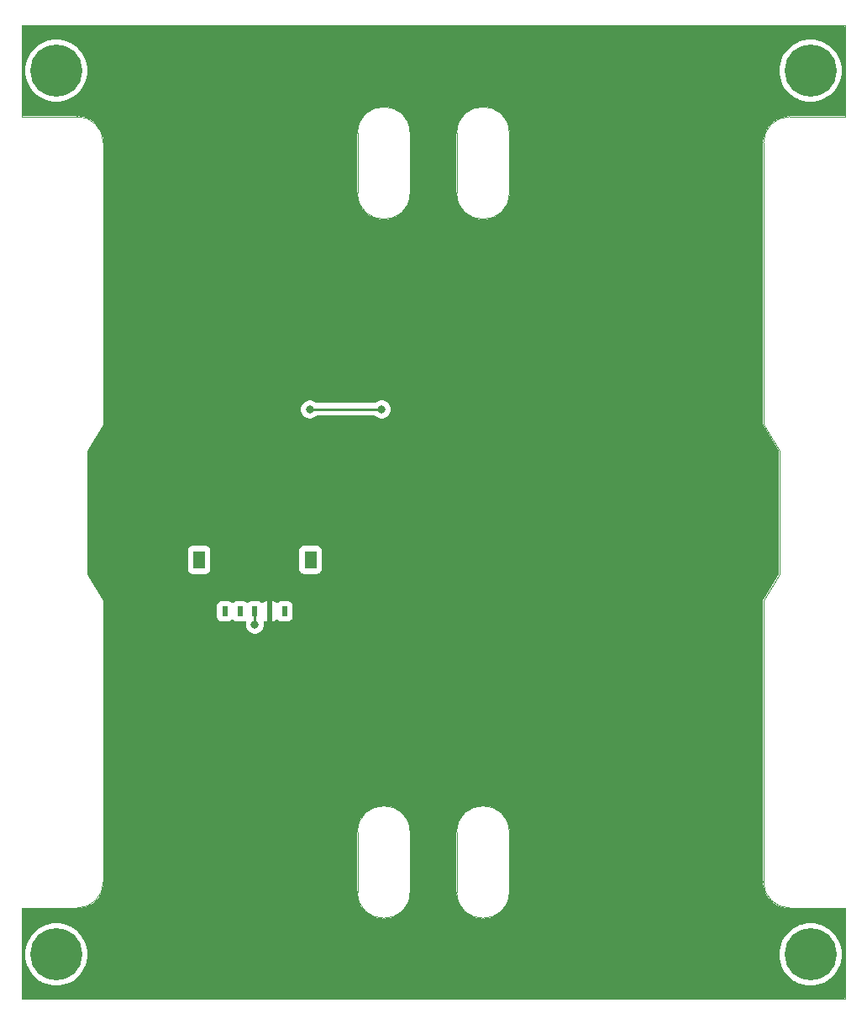
<source format=gbr>
%TF.GenerationSoftware,KiCad,Pcbnew,7.0.5*%
%TF.CreationDate,2023-06-21T14:42:12-07:00*%
%TF.ProjectId,solar-panel-NoCutout,736f6c61-722d-4706-916e-656c2d4e6f43,3.0*%
%TF.SameCoordinates,Original*%
%TF.FileFunction,Copper,L4,Bot*%
%TF.FilePolarity,Positive*%
%FSLAX46Y46*%
G04 Gerber Fmt 4.6, Leading zero omitted, Abs format (unit mm)*
G04 Created by KiCad (PCBNEW 7.0.5) date 2023-06-21 14:42:12*
%MOMM*%
%LPD*%
G01*
G04 APERTURE LIST*
%TA.AperFunction,ComponentPad*%
%ADD10C,5.250000*%
%TD*%
%TA.AperFunction,SMDPad,CuDef*%
%ADD11R,0.600000X1.000000*%
%TD*%
%TA.AperFunction,SMDPad,CuDef*%
%ADD12R,1.250000X1.800000*%
%TD*%
%TA.AperFunction,ViaPad*%
%ADD13C,0.800000*%
%TD*%
%TA.AperFunction,Conductor*%
%ADD14C,0.250000*%
%TD*%
%TA.AperFunction,Profile*%
%ADD15C,0.050000*%
%TD*%
G04 APERTURE END LIST*
D10*
%TO.P,J2,1,Pin_1*%
%TO.N,unconnected-(J2-Pad1)*%
X106500000Y-70300000D03*
%TD*%
%TO.P,J3,1,Pin_1*%
%TO.N,unconnected-(J3-Pad1)*%
X106500000Y-159300000D03*
%TD*%
%TO.P,J4,1,Pin_1*%
%TO.N,unconnected-(J4-Pad1)*%
X182500000Y-70300000D03*
%TD*%
%TO.P,J5,1,Pin_1*%
%TO.N,unconnected-(J5-Pad1)*%
X182500000Y-159300000D03*
%TD*%
D11*
%TO.P,J1,1,1*%
%TO.N,SDA*%
X123500000Y-124750000D03*
%TO.P,J1,2,2*%
%TO.N,SCL*%
X125000000Y-124750000D03*
%TO.P,J1,3,3*%
%TO.N,+3V3*%
X126499999Y-124750000D03*
%TO.P,J1,4,4*%
%TO.N,GND*%
X128000001Y-124750000D03*
%TO.P,J1,5,5*%
%TO.N,VSOLAR*%
X129500001Y-124750000D03*
D12*
%TO.P,J1,6,6*%
%TO.N,unconnected-(J1-Pad6)*%
X120895001Y-119560000D03*
%TO.P,J1,7,7*%
%TO.N,unconnected-(J1-Pad7)*%
X132104999Y-119560000D03*
%TD*%
D13*
%TO.N,GND*%
X168000000Y-156390000D03*
X144450000Y-156250000D03*
X121120000Y-156220000D03*
%TO.N,+3V3*%
X139300000Y-104410000D03*
X126510000Y-126100000D03*
X132050000Y-104410000D03*
%TD*%
D14*
%TO.N,+3V3*%
X139300000Y-104410000D02*
X132050000Y-104410000D01*
X126499999Y-126089999D02*
X126510000Y-126100000D01*
X126499999Y-124750000D02*
X126499999Y-126089999D01*
%TD*%
%TA.AperFunction,Conductor*%
%TO.N,GND*%
G36*
X185916621Y-65795502D02*
G01*
X185963114Y-65849158D01*
X185974500Y-65901500D01*
X185974500Y-74773500D01*
X185954498Y-74841621D01*
X185900842Y-74888114D01*
X185848500Y-74899500D01*
X180412877Y-74899500D01*
X180269453Y-74898720D01*
X180269452Y-74898720D01*
X180269447Y-74898720D01*
X180076259Y-74919477D01*
X179969787Y-74930918D01*
X179969783Y-74930918D01*
X179969781Y-74930919D01*
X179969775Y-74930920D01*
X179675661Y-74996622D01*
X179675645Y-74996626D01*
X179390770Y-75095007D01*
X179390758Y-75095012D01*
X179118766Y-75224817D01*
X178863092Y-75384407D01*
X178626999Y-75571746D01*
X178413483Y-75784456D01*
X178225255Y-76019835D01*
X178064696Y-76274911D01*
X177933861Y-76546415D01*
X177933859Y-76546422D01*
X177834402Y-76830918D01*
X177834397Y-76830932D01*
X177767583Y-77124802D01*
X177767582Y-77124809D01*
X177734250Y-77424355D01*
X177734500Y-77574550D01*
X177734500Y-105923035D01*
X177732539Y-105939544D01*
X177732966Y-105942255D01*
X177733624Y-105950672D01*
X177734898Y-105957074D01*
X177737145Y-105963183D01*
X177740979Y-105970714D01*
X177742031Y-105973255D01*
X177752313Y-105986309D01*
X179305993Y-108526916D01*
X179324500Y-108592651D01*
X179324500Y-120957347D01*
X179305993Y-121023083D01*
X177752308Y-123563697D01*
X177742028Y-123576750D01*
X177740972Y-123579302D01*
X177737140Y-123586831D01*
X177734896Y-123592930D01*
X177733624Y-123599326D01*
X177732967Y-123607737D01*
X177732538Y-123610460D01*
X177734500Y-123626970D01*
X177734500Y-151952382D01*
X177734225Y-152125650D01*
X177734225Y-152125652D01*
X177767574Y-152425179D01*
X177767575Y-152425187D01*
X177833273Y-152714067D01*
X177834410Y-152719067D01*
X177932134Y-152998571D01*
X177933886Y-153003580D01*
X178064724Y-153275068D01*
X178225285Y-153530133D01*
X178413508Y-153765503D01*
X178413514Y-153765510D01*
X178413515Y-153765511D01*
X178627031Y-153978221D01*
X178863120Y-154165562D01*
X179118786Y-154325154D01*
X179390783Y-154454971D01*
X179675656Y-154553366D01*
X179969791Y-154619090D01*
X180269452Y-154651307D01*
X180419958Y-154650500D01*
X180420144Y-154650500D01*
X185848500Y-154650500D01*
X185916621Y-154670502D01*
X185963114Y-154724158D01*
X185974500Y-154776500D01*
X185974500Y-163598500D01*
X185954498Y-163666621D01*
X185900842Y-163713114D01*
X185848500Y-163724500D01*
X103151500Y-163724500D01*
X103083379Y-163704498D01*
X103036886Y-163650842D01*
X103025500Y-163598500D01*
X103025500Y-159300000D01*
X103361563Y-159300000D01*
X103381296Y-159651389D01*
X103381296Y-159651390D01*
X103381297Y-159651393D01*
X103440250Y-159998368D01*
X103517759Y-160267409D01*
X103537683Y-160336564D01*
X103672361Y-160661706D01*
X103672366Y-160661717D01*
X103672373Y-160661729D01*
X103842602Y-160969738D01*
X103842606Y-160969745D01*
X104046268Y-161256779D01*
X104046273Y-161256786D01*
X104147692Y-161370274D01*
X104280790Y-161519210D01*
X104447448Y-161668144D01*
X104543213Y-161753726D01*
X104543220Y-161753731D01*
X104830254Y-161957393D01*
X104830261Y-161957397D01*
X104943389Y-162019920D01*
X105138283Y-162127634D01*
X105463440Y-162262318D01*
X105801632Y-162359750D01*
X106148607Y-162418703D01*
X106500000Y-162438437D01*
X106851393Y-162418703D01*
X107198368Y-162359750D01*
X107536560Y-162262318D01*
X107861717Y-162127634D01*
X108169749Y-161957391D01*
X108456783Y-161753729D01*
X108719210Y-161519210D01*
X108953729Y-161256783D01*
X109157391Y-160969749D01*
X109327634Y-160661717D01*
X109462318Y-160336560D01*
X109559750Y-159998368D01*
X109618703Y-159651393D01*
X109638437Y-159300000D01*
X179361563Y-159300000D01*
X179381296Y-159651389D01*
X179381296Y-159651390D01*
X179381297Y-159651393D01*
X179440250Y-159998368D01*
X179517759Y-160267409D01*
X179537683Y-160336564D01*
X179672361Y-160661706D01*
X179672366Y-160661717D01*
X179672373Y-160661729D01*
X179842602Y-160969738D01*
X179842606Y-160969745D01*
X180046268Y-161256779D01*
X180046273Y-161256786D01*
X180147692Y-161370274D01*
X180280790Y-161519210D01*
X180447448Y-161668144D01*
X180543213Y-161753726D01*
X180543220Y-161753731D01*
X180830254Y-161957393D01*
X180830261Y-161957397D01*
X180943389Y-162019920D01*
X181138283Y-162127634D01*
X181463440Y-162262318D01*
X181801632Y-162359750D01*
X182148607Y-162418703D01*
X182500000Y-162438437D01*
X182851393Y-162418703D01*
X183198368Y-162359750D01*
X183536560Y-162262318D01*
X183861717Y-162127634D01*
X184169749Y-161957391D01*
X184456783Y-161753729D01*
X184719210Y-161519210D01*
X184953729Y-161256783D01*
X185157391Y-160969749D01*
X185327634Y-160661717D01*
X185462318Y-160336560D01*
X185559750Y-159998368D01*
X185618703Y-159651393D01*
X185638437Y-159300000D01*
X185618703Y-158948607D01*
X185559750Y-158601632D01*
X185462318Y-158263440D01*
X185327634Y-157938283D01*
X185157391Y-157630251D01*
X184953729Y-157343217D01*
X184953728Y-157343216D01*
X184953726Y-157343213D01*
X184868144Y-157247448D01*
X184719210Y-157080790D01*
X184570274Y-156947692D01*
X184456786Y-156846273D01*
X184456779Y-156846268D01*
X184169745Y-156642606D01*
X184169738Y-156642602D01*
X183949669Y-156520975D01*
X183861717Y-156472366D01*
X183861710Y-156472363D01*
X183861706Y-156472361D01*
X183536564Y-156337683D01*
X183467409Y-156317759D01*
X183198368Y-156240250D01*
X183198362Y-156240249D01*
X183198359Y-156240248D01*
X182851389Y-156181296D01*
X182523731Y-156162895D01*
X182500000Y-156161563D01*
X182499999Y-156161563D01*
X182148610Y-156181296D01*
X182148609Y-156181296D01*
X181801640Y-156240248D01*
X181801634Y-156240249D01*
X181801632Y-156240250D01*
X181663330Y-156280094D01*
X181463435Y-156337683D01*
X181138293Y-156472361D01*
X181138270Y-156472373D01*
X180830261Y-156642602D01*
X180830254Y-156642606D01*
X180543220Y-156846268D01*
X180543213Y-156846273D01*
X180280790Y-157080790D01*
X180046273Y-157343213D01*
X180046268Y-157343220D01*
X179842606Y-157630254D01*
X179842602Y-157630261D01*
X179672373Y-157938270D01*
X179672361Y-157938293D01*
X179537683Y-158263435D01*
X179440248Y-158601640D01*
X179381296Y-158948609D01*
X179381296Y-158948610D01*
X179361563Y-159300000D01*
X109638437Y-159300000D01*
X109618703Y-158948607D01*
X109559750Y-158601632D01*
X109462318Y-158263440D01*
X109327634Y-157938283D01*
X109157391Y-157630251D01*
X108953729Y-157343217D01*
X108953728Y-157343216D01*
X108953726Y-157343213D01*
X108868144Y-157247448D01*
X108719210Y-157080790D01*
X108570274Y-156947692D01*
X108456786Y-156846273D01*
X108456779Y-156846268D01*
X108169745Y-156642606D01*
X108169738Y-156642602D01*
X107949669Y-156520975D01*
X107861717Y-156472366D01*
X107861710Y-156472363D01*
X107861706Y-156472361D01*
X107536564Y-156337683D01*
X107467409Y-156317759D01*
X107198368Y-156240250D01*
X107198362Y-156240249D01*
X107198359Y-156240248D01*
X106851389Y-156181296D01*
X106523731Y-156162895D01*
X106500000Y-156161563D01*
X106499999Y-156161563D01*
X106148610Y-156181296D01*
X106148609Y-156181296D01*
X105801640Y-156240248D01*
X105801634Y-156240249D01*
X105801632Y-156240250D01*
X105663330Y-156280094D01*
X105463435Y-156337683D01*
X105138293Y-156472361D01*
X105138270Y-156472373D01*
X104830261Y-156642602D01*
X104830254Y-156642606D01*
X104543220Y-156846268D01*
X104543213Y-156846273D01*
X104280790Y-157080790D01*
X104046273Y-157343213D01*
X104046268Y-157343220D01*
X103842606Y-157630254D01*
X103842602Y-157630261D01*
X103672373Y-157938270D01*
X103672361Y-157938293D01*
X103537683Y-158263435D01*
X103440248Y-158601640D01*
X103381296Y-158948609D01*
X103381296Y-158948610D01*
X103361563Y-159300000D01*
X103025500Y-159300000D01*
X103025500Y-154771500D01*
X103045502Y-154703379D01*
X103099158Y-154656886D01*
X103151500Y-154645500D01*
X108587133Y-154645500D01*
X108730547Y-154646275D01*
X109030208Y-154614068D01*
X109226298Y-154570257D01*
X109324340Y-154548353D01*
X109324343Y-154548352D01*
X109373203Y-154531477D01*
X109609218Y-154449964D01*
X109881216Y-154320151D01*
X110136883Y-154160562D01*
X110372972Y-153973224D01*
X110586488Y-153760514D01*
X110774717Y-153525134D01*
X110935271Y-153270073D01*
X110990325Y-153155832D01*
X136824500Y-153155832D01*
X136860681Y-153465378D01*
X136860682Y-153465384D01*
X136876028Y-153530133D01*
X136930629Y-153760513D01*
X136932557Y-153768645D01*
X136932558Y-153768650D01*
X137039146Y-154061497D01*
X137039151Y-154061509D01*
X137179024Y-154340021D01*
X137350279Y-154600400D01*
X137350282Y-154600403D01*
X137350283Y-154600405D01*
X137388113Y-154645489D01*
X137550610Y-154839147D01*
X137777310Y-155053028D01*
X137920893Y-155159921D01*
X138027297Y-155239136D01*
X138297203Y-155394966D01*
X138583374Y-155518408D01*
X138881942Y-155607793D01*
X139188867Y-155661913D01*
X139500000Y-155680034D01*
X139811133Y-155661913D01*
X140118058Y-155607793D01*
X140416626Y-155518408D01*
X140702797Y-155394966D01*
X140972703Y-155239136D01*
X141222693Y-155053025D01*
X141449386Y-154839151D01*
X141649717Y-154600405D01*
X141820978Y-154340017D01*
X141960850Y-154061507D01*
X142067444Y-153768642D01*
X142139318Y-153465383D01*
X142175500Y-153155832D01*
X146824500Y-153155832D01*
X146860681Y-153465378D01*
X146860682Y-153465384D01*
X146876028Y-153530133D01*
X146930629Y-153760513D01*
X146932557Y-153768645D01*
X146932558Y-153768650D01*
X147039146Y-154061497D01*
X147039151Y-154061509D01*
X147179024Y-154340021D01*
X147350279Y-154600400D01*
X147350282Y-154600403D01*
X147350283Y-154600405D01*
X147388113Y-154645489D01*
X147550610Y-154839147D01*
X147777310Y-155053028D01*
X147920893Y-155159921D01*
X148027297Y-155239136D01*
X148297203Y-155394966D01*
X148583374Y-155518408D01*
X148881942Y-155607793D01*
X149188867Y-155661913D01*
X149500000Y-155680034D01*
X149811133Y-155661913D01*
X150118058Y-155607793D01*
X150416626Y-155518408D01*
X150702797Y-155394966D01*
X150972703Y-155239136D01*
X151222693Y-155053025D01*
X151449386Y-154839151D01*
X151649717Y-154600405D01*
X151820978Y-154340017D01*
X151960850Y-154061507D01*
X152067444Y-153768642D01*
X152139318Y-153465383D01*
X152175500Y-153155830D01*
X152175500Y-153000000D01*
X152175500Y-152991715D01*
X152175500Y-146994928D01*
X152175500Y-146844170D01*
X152139318Y-146534617D01*
X152067444Y-146231358D01*
X151960850Y-145938493D01*
X151820978Y-145659983D01*
X151820975Y-145659978D01*
X151649720Y-145399599D01*
X151449389Y-145160852D01*
X151222689Y-144946971D01*
X150972718Y-144760875D01*
X150972715Y-144760873D01*
X150972703Y-144760864D01*
X150702797Y-144605034D01*
X150702798Y-144605034D01*
X150702794Y-144605032D01*
X150416633Y-144481595D01*
X150416632Y-144481594D01*
X150416626Y-144481592D01*
X150118058Y-144392207D01*
X150118059Y-144392207D01*
X150023309Y-144375500D01*
X149811133Y-144338087D01*
X149811129Y-144338086D01*
X149811125Y-144338086D01*
X149530592Y-144321747D01*
X149500000Y-144319966D01*
X149499999Y-144319966D01*
X149188877Y-144338086D01*
X149188871Y-144338086D01*
X148881941Y-144392207D01*
X148754360Y-144430402D01*
X148583374Y-144481592D01*
X148583370Y-144481593D01*
X148583372Y-144481593D01*
X148583366Y-144481595D01*
X148297205Y-144605032D01*
X148297200Y-144605035D01*
X148027308Y-144760857D01*
X148027281Y-144760875D01*
X147777310Y-144946971D01*
X147550610Y-145160852D01*
X147350279Y-145399599D01*
X147179024Y-145659978D01*
X147039151Y-145938490D01*
X147039146Y-145938502D01*
X146932558Y-146231349D01*
X146932557Y-146231354D01*
X146860682Y-146534615D01*
X146860681Y-146534621D01*
X146824500Y-146844167D01*
X146824500Y-153155832D01*
X142175500Y-153155832D01*
X142175500Y-153155830D01*
X142175500Y-153000000D01*
X142175500Y-152991715D01*
X142175500Y-146994928D01*
X142175500Y-146844170D01*
X142139318Y-146534617D01*
X142067444Y-146231358D01*
X141960850Y-145938493D01*
X141820978Y-145659983D01*
X141820975Y-145659978D01*
X141649720Y-145399599D01*
X141449389Y-145160852D01*
X141222689Y-144946971D01*
X140972718Y-144760875D01*
X140972715Y-144760873D01*
X140972703Y-144760864D01*
X140702797Y-144605034D01*
X140702798Y-144605034D01*
X140702794Y-144605032D01*
X140416633Y-144481595D01*
X140416632Y-144481594D01*
X140416626Y-144481592D01*
X140118058Y-144392207D01*
X140118059Y-144392207D01*
X140023309Y-144375500D01*
X139811133Y-144338087D01*
X139811129Y-144338086D01*
X139811125Y-144338086D01*
X139500000Y-144319966D01*
X139188877Y-144338086D01*
X139188871Y-144338086D01*
X138881941Y-144392207D01*
X138754360Y-144430402D01*
X138583374Y-144481592D01*
X138583370Y-144481593D01*
X138583372Y-144481593D01*
X138583366Y-144481595D01*
X138297205Y-144605032D01*
X138297200Y-144605035D01*
X138027308Y-144760857D01*
X138027281Y-144760875D01*
X137777310Y-144946971D01*
X137550610Y-145160852D01*
X137350279Y-145399599D01*
X137179024Y-145659978D01*
X137039151Y-145938490D01*
X137039146Y-145938502D01*
X136932558Y-146231349D01*
X136932557Y-146231354D01*
X136860682Y-146534615D01*
X136860681Y-146534621D01*
X136824500Y-146844167D01*
X136824500Y-153155832D01*
X110990325Y-153155832D01*
X111066112Y-152998568D01*
X111165577Y-152714067D01*
X111232403Y-152420182D01*
X111265744Y-152120645D01*
X111265744Y-152120642D01*
X111265500Y-151970465D01*
X111265500Y-125298649D01*
X122691500Y-125298649D01*
X122698009Y-125359196D01*
X122698011Y-125359204D01*
X122749110Y-125496202D01*
X122749112Y-125496207D01*
X122836738Y-125613261D01*
X122953792Y-125700887D01*
X122953794Y-125700888D01*
X122953796Y-125700889D01*
X123012875Y-125722924D01*
X123090795Y-125751988D01*
X123090803Y-125751990D01*
X123151350Y-125758499D01*
X123151355Y-125758499D01*
X123151362Y-125758500D01*
X123151368Y-125758500D01*
X123848632Y-125758500D01*
X123848638Y-125758500D01*
X123848645Y-125758499D01*
X123848649Y-125758499D01*
X123909196Y-125751990D01*
X123909199Y-125751989D01*
X123909201Y-125751989D01*
X124046204Y-125700889D01*
X124163261Y-125613261D01*
X124163263Y-125613257D01*
X124170474Y-125607860D01*
X124171820Y-125609658D01*
X124223200Y-125581595D01*
X124294017Y-125586651D01*
X124328712Y-125608946D01*
X124329525Y-125607861D01*
X124453792Y-125700887D01*
X124453794Y-125700888D01*
X124453796Y-125700889D01*
X124512875Y-125722924D01*
X124590795Y-125751988D01*
X124590803Y-125751990D01*
X124651350Y-125758499D01*
X124651355Y-125758499D01*
X124651362Y-125758500D01*
X124651368Y-125758500D01*
X125348632Y-125758500D01*
X125348638Y-125758500D01*
X125348645Y-125758499D01*
X125348649Y-125758499D01*
X125409195Y-125751990D01*
X125409196Y-125751989D01*
X125409201Y-125751989D01*
X125458981Y-125733421D01*
X125529791Y-125728356D01*
X125592104Y-125762379D01*
X125626131Y-125824691D01*
X125622846Y-125890409D01*
X125616457Y-125910073D01*
X125596496Y-126099999D01*
X125616457Y-126289927D01*
X125646526Y-126382470D01*
X125675473Y-126471556D01*
X125675476Y-126471561D01*
X125770958Y-126636941D01*
X125770965Y-126636951D01*
X125898744Y-126778864D01*
X125898747Y-126778866D01*
X126053248Y-126891118D01*
X126227712Y-126968794D01*
X126414513Y-127008500D01*
X126605487Y-127008500D01*
X126792288Y-126968794D01*
X126966752Y-126891118D01*
X127121253Y-126778866D01*
X127249040Y-126636944D01*
X127344527Y-126471556D01*
X127403542Y-126289928D01*
X127423504Y-126100000D01*
X127403542Y-125910072D01*
X127399715Y-125898296D01*
X127397687Y-125827330D01*
X127434347Y-125766531D01*
X127498058Y-125735204D01*
X127563581Y-125741302D01*
X127590908Y-125751494D01*
X127651403Y-125757999D01*
X127651416Y-125758000D01*
X127746001Y-125758000D01*
X128254001Y-125758000D01*
X128348586Y-125758000D01*
X128348598Y-125757999D01*
X128409094Y-125751494D01*
X128545964Y-125700445D01*
X128670118Y-125607503D01*
X128671464Y-125609301D01*
X128722844Y-125581238D01*
X128793661Y-125586294D01*
X128828778Y-125608859D01*
X128829526Y-125607861D01*
X128953793Y-125700887D01*
X128953795Y-125700888D01*
X128953797Y-125700889D01*
X129012876Y-125722924D01*
X129090796Y-125751988D01*
X129090804Y-125751990D01*
X129151351Y-125758499D01*
X129151356Y-125758499D01*
X129151363Y-125758500D01*
X129151369Y-125758500D01*
X129848633Y-125758500D01*
X129848639Y-125758500D01*
X129848646Y-125758499D01*
X129848650Y-125758499D01*
X129909197Y-125751990D01*
X129909200Y-125751989D01*
X129909202Y-125751989D01*
X130046205Y-125700889D01*
X130163262Y-125613261D01*
X130250001Y-125497392D01*
X130250888Y-125496207D01*
X130250888Y-125496206D01*
X130250890Y-125496204D01*
X130301990Y-125359201D01*
X130308501Y-125298638D01*
X130308501Y-124201362D01*
X130308500Y-124201350D01*
X130301991Y-124140803D01*
X130301989Y-124140795D01*
X130250890Y-124003797D01*
X130250888Y-124003792D01*
X130163262Y-123886738D01*
X130046208Y-123799112D01*
X130046203Y-123799110D01*
X129909205Y-123748011D01*
X129909197Y-123748009D01*
X129848650Y-123741500D01*
X129848639Y-123741500D01*
X129151363Y-123741500D01*
X129151351Y-123741500D01*
X129090804Y-123748009D01*
X129090796Y-123748011D01*
X128953798Y-123799110D01*
X128953793Y-123799112D01*
X128829526Y-123892139D01*
X128828267Y-123890457D01*
X128776427Y-123918765D01*
X128705612Y-123913700D01*
X128670931Y-123891411D01*
X128670119Y-123892496D01*
X128545966Y-123799555D01*
X128409094Y-123748505D01*
X128348598Y-123742000D01*
X128254001Y-123742000D01*
X128254001Y-125758000D01*
X127746001Y-125758000D01*
X127746001Y-123742000D01*
X127651403Y-123742000D01*
X127590907Y-123748505D01*
X127454036Y-123799555D01*
X127454035Y-123799555D01*
X127329883Y-123892496D01*
X127328540Y-123890702D01*
X127277124Y-123918769D01*
X127206309Y-123913695D01*
X127171221Y-123891140D01*
X127170474Y-123892139D01*
X127046206Y-123799112D01*
X127046201Y-123799110D01*
X126909203Y-123748011D01*
X126909195Y-123748009D01*
X126848648Y-123741500D01*
X126848637Y-123741500D01*
X126151361Y-123741500D01*
X126151349Y-123741500D01*
X126090802Y-123748009D01*
X126090794Y-123748011D01*
X125953796Y-123799110D01*
X125953791Y-123799112D01*
X125829524Y-123892139D01*
X125828180Y-123890344D01*
X125776767Y-123918410D01*
X125705952Y-123913336D01*
X125671286Y-123891054D01*
X125670475Y-123892139D01*
X125546207Y-123799112D01*
X125546202Y-123799110D01*
X125409204Y-123748011D01*
X125409196Y-123748009D01*
X125348649Y-123741500D01*
X125348638Y-123741500D01*
X124651362Y-123741500D01*
X124651350Y-123741500D01*
X124590803Y-123748009D01*
X124590795Y-123748011D01*
X124453797Y-123799110D01*
X124453792Y-123799112D01*
X124329525Y-123892139D01*
X124328179Y-123890342D01*
X124276783Y-123918408D01*
X124205968Y-123913343D01*
X124171287Y-123891054D01*
X124170475Y-123892139D01*
X124046207Y-123799112D01*
X124046202Y-123799110D01*
X123909204Y-123748011D01*
X123909196Y-123748009D01*
X123848649Y-123741500D01*
X123848638Y-123741500D01*
X123151362Y-123741500D01*
X123151350Y-123741500D01*
X123090803Y-123748009D01*
X123090795Y-123748011D01*
X122953797Y-123799110D01*
X122953792Y-123799112D01*
X122836738Y-123886738D01*
X122749112Y-124003792D01*
X122749110Y-124003797D01*
X122698011Y-124140795D01*
X122698009Y-124140803D01*
X122691500Y-124201350D01*
X122691500Y-125298649D01*
X111265500Y-125298649D01*
X111265500Y-123621969D01*
X111267461Y-123605466D01*
X111267033Y-123602743D01*
X111266374Y-123594323D01*
X111265500Y-123589930D01*
X111265500Y-123589928D01*
X111265498Y-123589925D01*
X111265103Y-123587936D01*
X111264400Y-123586027D01*
X111264400Y-123586023D01*
X111264397Y-123586019D01*
X111262842Y-123581791D01*
X111259019Y-123574279D01*
X111257972Y-123571751D01*
X111247683Y-123558687D01*
X109694007Y-121018084D01*
X109675500Y-120952348D01*
X109675500Y-120508649D01*
X119761501Y-120508649D01*
X119768010Y-120569196D01*
X119768012Y-120569204D01*
X119819111Y-120706202D01*
X119819113Y-120706207D01*
X119906739Y-120823261D01*
X120023793Y-120910887D01*
X120023795Y-120910888D01*
X120023797Y-120910889D01*
X120082876Y-120932924D01*
X120160796Y-120961988D01*
X120160804Y-120961990D01*
X120221351Y-120968499D01*
X120221356Y-120968499D01*
X120221363Y-120968500D01*
X120221369Y-120968500D01*
X121568633Y-120968500D01*
X121568639Y-120968500D01*
X121568646Y-120968499D01*
X121568650Y-120968499D01*
X121629197Y-120961990D01*
X121629200Y-120961989D01*
X121629202Y-120961989D01*
X121766205Y-120910889D01*
X121883262Y-120823261D01*
X121970890Y-120706204D01*
X122021990Y-120569201D01*
X122028501Y-120508638D01*
X122028501Y-120508632D01*
X130971498Y-120508632D01*
X130971499Y-120508649D01*
X130978008Y-120569196D01*
X130978010Y-120569204D01*
X131029109Y-120706202D01*
X131029111Y-120706207D01*
X131116737Y-120823261D01*
X131233791Y-120910887D01*
X131233793Y-120910888D01*
X131233795Y-120910889D01*
X131292874Y-120932924D01*
X131370794Y-120961988D01*
X131370802Y-120961990D01*
X131431349Y-120968499D01*
X131431354Y-120968499D01*
X131431361Y-120968500D01*
X131431367Y-120968500D01*
X132778631Y-120968500D01*
X132778637Y-120968500D01*
X132778644Y-120968499D01*
X132778648Y-120968499D01*
X132839195Y-120961990D01*
X132839198Y-120961989D01*
X132839200Y-120961989D01*
X132976203Y-120910889D01*
X133093260Y-120823261D01*
X133180888Y-120706204D01*
X133231988Y-120569201D01*
X133238499Y-120508638D01*
X133238499Y-118611362D01*
X133238498Y-118611350D01*
X133231989Y-118550803D01*
X133231987Y-118550795D01*
X133180888Y-118413797D01*
X133180886Y-118413792D01*
X133093260Y-118296738D01*
X132976206Y-118209112D01*
X132976201Y-118209110D01*
X132839203Y-118158011D01*
X132839195Y-118158009D01*
X132778648Y-118151500D01*
X132778637Y-118151500D01*
X131431361Y-118151500D01*
X131431349Y-118151500D01*
X131370802Y-118158009D01*
X131370794Y-118158011D01*
X131233796Y-118209110D01*
X131233791Y-118209112D01*
X131116737Y-118296738D01*
X131029111Y-118413792D01*
X131029109Y-118413797D01*
X130978010Y-118550795D01*
X130978008Y-118550803D01*
X130971499Y-118611350D01*
X130971498Y-118611367D01*
X130971498Y-120508632D01*
X122028501Y-120508632D01*
X122028501Y-118611362D01*
X122028500Y-118611350D01*
X122021991Y-118550803D01*
X122021989Y-118550795D01*
X121970890Y-118413797D01*
X121970888Y-118413792D01*
X121883262Y-118296738D01*
X121766208Y-118209112D01*
X121766203Y-118209110D01*
X121629205Y-118158011D01*
X121629197Y-118158009D01*
X121568650Y-118151500D01*
X121568639Y-118151500D01*
X120221363Y-118151500D01*
X120221351Y-118151500D01*
X120160804Y-118158009D01*
X120160796Y-118158011D01*
X120023798Y-118209110D01*
X120023793Y-118209112D01*
X119906739Y-118296738D01*
X119819113Y-118413792D01*
X119819111Y-118413797D01*
X119768012Y-118550795D01*
X119768010Y-118550803D01*
X119761501Y-118611350D01*
X119761501Y-120508649D01*
X109675500Y-120508649D01*
X109675500Y-108587650D01*
X109694006Y-108521915D01*
X111247679Y-105981317D01*
X111257967Y-105968257D01*
X111259012Y-105965734D01*
X111262839Y-105958216D01*
X111264396Y-105953982D01*
X111264400Y-105953977D01*
X111264400Y-105953971D01*
X111265103Y-105952063D01*
X111265498Y-105950075D01*
X111265500Y-105950072D01*
X111265500Y-105950068D01*
X111266373Y-105945682D01*
X111267034Y-105937247D01*
X111267460Y-105934538D01*
X111265500Y-105918034D01*
X111265500Y-104410000D01*
X131136496Y-104410000D01*
X131156457Y-104599927D01*
X131186526Y-104692470D01*
X131215473Y-104781556D01*
X131215476Y-104781561D01*
X131310958Y-104946941D01*
X131310965Y-104946951D01*
X131438744Y-105088864D01*
X131438747Y-105088866D01*
X131593248Y-105201118D01*
X131767712Y-105278794D01*
X131954513Y-105318500D01*
X132145487Y-105318500D01*
X132332288Y-105278794D01*
X132506752Y-105201118D01*
X132661253Y-105088866D01*
X132664562Y-105085190D01*
X132725009Y-105047950D01*
X132758200Y-105043500D01*
X138591800Y-105043500D01*
X138659921Y-105063502D01*
X138685437Y-105085190D01*
X138688747Y-105088866D01*
X138843248Y-105201118D01*
X139017712Y-105278794D01*
X139204513Y-105318500D01*
X139395487Y-105318500D01*
X139582288Y-105278794D01*
X139756752Y-105201118D01*
X139911253Y-105088866D01*
X140039040Y-104946944D01*
X140134527Y-104781556D01*
X140193542Y-104599928D01*
X140213504Y-104410000D01*
X140193542Y-104220072D01*
X140134527Y-104038444D01*
X140039040Y-103873056D01*
X140039038Y-103873054D01*
X140039034Y-103873048D01*
X139911255Y-103731135D01*
X139756752Y-103618882D01*
X139582288Y-103541206D01*
X139395487Y-103501500D01*
X139204513Y-103501500D01*
X139017711Y-103541206D01*
X138843247Y-103618882D01*
X138688747Y-103731133D01*
X138685437Y-103734810D01*
X138624991Y-103772050D01*
X138591800Y-103776500D01*
X132758200Y-103776500D01*
X132690079Y-103756498D01*
X132664563Y-103734810D01*
X132661252Y-103731133D01*
X132506752Y-103618882D01*
X132332288Y-103541206D01*
X132145487Y-103501500D01*
X131954513Y-103501500D01*
X131767711Y-103541206D01*
X131593247Y-103618882D01*
X131438744Y-103731135D01*
X131310965Y-103873048D01*
X131310958Y-103873058D01*
X131215476Y-104038438D01*
X131215473Y-104038445D01*
X131156457Y-104220072D01*
X131136496Y-104410000D01*
X111265500Y-104410000D01*
X111265500Y-82755832D01*
X136824500Y-82755832D01*
X136860681Y-83065378D01*
X136860682Y-83065384D01*
X136932557Y-83368645D01*
X136932558Y-83368650D01*
X137039146Y-83661497D01*
X137039151Y-83661509D01*
X137179024Y-83940021D01*
X137350279Y-84200400D01*
X137550610Y-84439147D01*
X137777310Y-84653028D01*
X137920893Y-84759921D01*
X138027297Y-84839136D01*
X138297203Y-84994966D01*
X138583374Y-85118408D01*
X138881942Y-85207793D01*
X139188867Y-85261913D01*
X139500000Y-85280034D01*
X139811133Y-85261913D01*
X140118058Y-85207793D01*
X140416626Y-85118408D01*
X140702797Y-84994966D01*
X140972703Y-84839136D01*
X141222693Y-84653025D01*
X141449386Y-84439151D01*
X141649717Y-84200405D01*
X141820978Y-83940017D01*
X141960850Y-83661507D01*
X142067444Y-83368642D01*
X142139318Y-83065383D01*
X142175500Y-82755832D01*
X146824500Y-82755832D01*
X146860681Y-83065378D01*
X146860682Y-83065384D01*
X146932557Y-83368645D01*
X146932558Y-83368650D01*
X147039146Y-83661497D01*
X147039151Y-83661509D01*
X147179024Y-83940021D01*
X147350279Y-84200400D01*
X147550610Y-84439147D01*
X147777310Y-84653028D01*
X147920893Y-84759921D01*
X148027297Y-84839136D01*
X148297203Y-84994966D01*
X148583374Y-85118408D01*
X148881942Y-85207793D01*
X149188867Y-85261913D01*
X149500000Y-85280034D01*
X149811133Y-85261913D01*
X150118058Y-85207793D01*
X150416626Y-85118408D01*
X150702797Y-84994966D01*
X150972703Y-84839136D01*
X151222693Y-84653025D01*
X151449386Y-84439151D01*
X151649717Y-84200405D01*
X151820978Y-83940017D01*
X151960850Y-83661507D01*
X152067444Y-83368642D01*
X152139318Y-83065383D01*
X152175500Y-82755830D01*
X152175500Y-82600000D01*
X152175500Y-82591715D01*
X152175500Y-76594928D01*
X152175500Y-76444170D01*
X152139318Y-76134617D01*
X152067444Y-75831358D01*
X152048554Y-75779459D01*
X151960853Y-75538502D01*
X151960850Y-75538493D01*
X151820978Y-75259983D01*
X151782119Y-75200901D01*
X151649720Y-74999599D01*
X151647225Y-74996626D01*
X151499726Y-74820842D01*
X151449389Y-74760852D01*
X151222689Y-74546971D01*
X150972718Y-74360875D01*
X150972715Y-74360873D01*
X150972703Y-74360864D01*
X150702797Y-74205034D01*
X150702798Y-74205034D01*
X150702794Y-74205032D01*
X150416633Y-74081595D01*
X150416632Y-74081594D01*
X150416626Y-74081592D01*
X150118058Y-73992207D01*
X150118059Y-73992207D01*
X150023309Y-73975500D01*
X149811133Y-73938087D01*
X149811129Y-73938086D01*
X149811125Y-73938086D01*
X149530592Y-73921747D01*
X149500000Y-73919966D01*
X149499999Y-73919966D01*
X149188877Y-73938086D01*
X149188871Y-73938086D01*
X148881941Y-73992207D01*
X148754360Y-74030402D01*
X148583374Y-74081592D01*
X148583370Y-74081593D01*
X148583372Y-74081593D01*
X148583366Y-74081595D01*
X148297205Y-74205032D01*
X148297200Y-74205035D01*
X148027308Y-74360857D01*
X148027281Y-74360875D01*
X147777310Y-74546971D01*
X147550610Y-74760852D01*
X147350279Y-74999599D01*
X147179024Y-75259978D01*
X147039151Y-75538490D01*
X147039146Y-75538502D01*
X146932558Y-75831349D01*
X146932557Y-75831354D01*
X146860682Y-76134615D01*
X146860681Y-76134621D01*
X146824500Y-76444167D01*
X146824500Y-82755832D01*
X142175500Y-82755832D01*
X142175500Y-82755830D01*
X142175500Y-82600000D01*
X142175500Y-82591715D01*
X142175500Y-76594928D01*
X142175500Y-76444170D01*
X142139318Y-76134617D01*
X142067444Y-75831358D01*
X142048554Y-75779459D01*
X141960853Y-75538502D01*
X141960850Y-75538493D01*
X141820978Y-75259983D01*
X141782119Y-75200901D01*
X141649720Y-74999599D01*
X141647225Y-74996626D01*
X141499726Y-74820842D01*
X141449389Y-74760852D01*
X141222689Y-74546971D01*
X140972718Y-74360875D01*
X140972715Y-74360873D01*
X140972703Y-74360864D01*
X140702797Y-74205034D01*
X140702798Y-74205034D01*
X140702794Y-74205032D01*
X140416633Y-74081595D01*
X140416632Y-74081594D01*
X140416626Y-74081592D01*
X140118058Y-73992207D01*
X140118059Y-73992207D01*
X140023309Y-73975500D01*
X139811133Y-73938087D01*
X139811129Y-73938086D01*
X139811125Y-73938086D01*
X139500000Y-73919966D01*
X139188877Y-73938086D01*
X139188871Y-73938086D01*
X138881941Y-73992207D01*
X138754360Y-74030402D01*
X138583374Y-74081592D01*
X138583370Y-74081593D01*
X138583372Y-74081593D01*
X138583366Y-74081595D01*
X138297205Y-74205032D01*
X138297200Y-74205035D01*
X138027308Y-74360857D01*
X138027281Y-74360875D01*
X137777310Y-74546971D01*
X137550610Y-74760852D01*
X137350279Y-74999599D01*
X137179024Y-75259978D01*
X137039151Y-75538490D01*
X137039146Y-75538502D01*
X136932558Y-75831349D01*
X136932557Y-75831354D01*
X136860682Y-76134615D01*
X136860681Y-76134621D01*
X136824500Y-76444167D01*
X136824500Y-82755832D01*
X111265500Y-82755832D01*
X111265500Y-77552452D01*
X111265503Y-77552452D01*
X111265466Y-77552072D01*
X111265687Y-77419355D01*
X111249649Y-77275222D01*
X111232357Y-77119817D01*
X111165540Y-76825930D01*
X111066083Y-76541426D01*
X110941868Y-76283651D01*
X110935252Y-76269921D01*
X110935251Y-76269920D01*
X110935250Y-76269917D01*
X110774702Y-76014851D01*
X110586477Y-75779467D01*
X110586475Y-75779465D01*
X110586470Y-75779459D01*
X110372969Y-75566757D01*
X110372966Y-75566754D01*
X110136879Y-75379411D01*
X110136874Y-75379407D01*
X110136866Y-75379402D01*
X109881214Y-75219819D01*
X109609218Y-75090003D01*
X109606242Y-75088975D01*
X109324343Y-74991612D01*
X109324341Y-74991611D01*
X109324331Y-74991608D01*
X109030211Y-74925895D01*
X109030200Y-74925893D01*
X108730551Y-74893687D01*
X108730547Y-74893687D01*
X108580040Y-74894500D01*
X103151500Y-74894500D01*
X103083379Y-74874498D01*
X103036886Y-74820842D01*
X103025500Y-74768500D01*
X103025500Y-70299999D01*
X103361563Y-70299999D01*
X103381296Y-70651389D01*
X103381296Y-70651390D01*
X103381297Y-70651393D01*
X103440250Y-70998368D01*
X103517759Y-71267409D01*
X103537683Y-71336564D01*
X103672361Y-71661706D01*
X103672366Y-71661717D01*
X103672373Y-71661729D01*
X103842602Y-71969738D01*
X103842606Y-71969745D01*
X104046268Y-72256779D01*
X104046273Y-72256786D01*
X104147692Y-72370274D01*
X104280790Y-72519210D01*
X104447448Y-72668144D01*
X104543213Y-72753726D01*
X104543220Y-72753731D01*
X104830254Y-72957393D01*
X104830261Y-72957397D01*
X104943389Y-73019920D01*
X105138283Y-73127634D01*
X105463440Y-73262318D01*
X105801632Y-73359750D01*
X106148607Y-73418703D01*
X106500000Y-73438437D01*
X106851393Y-73418703D01*
X107198368Y-73359750D01*
X107536560Y-73262318D01*
X107861717Y-73127634D01*
X108169749Y-72957391D01*
X108456783Y-72753729D01*
X108719210Y-72519210D01*
X108953729Y-72256783D01*
X109157391Y-71969749D01*
X109327634Y-71661717D01*
X109462318Y-71336560D01*
X109559750Y-70998368D01*
X109618703Y-70651393D01*
X109638437Y-70300000D01*
X179361563Y-70300000D01*
X179381296Y-70651389D01*
X179381296Y-70651390D01*
X179381297Y-70651393D01*
X179440250Y-70998368D01*
X179517759Y-71267409D01*
X179537683Y-71336564D01*
X179672361Y-71661706D01*
X179672366Y-71661717D01*
X179672373Y-71661729D01*
X179842602Y-71969738D01*
X179842606Y-71969745D01*
X180046268Y-72256779D01*
X180046273Y-72256786D01*
X180147692Y-72370274D01*
X180280790Y-72519210D01*
X180447448Y-72668144D01*
X180543213Y-72753726D01*
X180543220Y-72753731D01*
X180830254Y-72957393D01*
X180830261Y-72957397D01*
X180943389Y-73019920D01*
X181138283Y-73127634D01*
X181463440Y-73262318D01*
X181801632Y-73359750D01*
X182148607Y-73418703D01*
X182500000Y-73438437D01*
X182851393Y-73418703D01*
X183198368Y-73359750D01*
X183536560Y-73262318D01*
X183861717Y-73127634D01*
X184169749Y-72957391D01*
X184456783Y-72753729D01*
X184719210Y-72519210D01*
X184953729Y-72256783D01*
X185157391Y-71969749D01*
X185327634Y-71661717D01*
X185462318Y-71336560D01*
X185559750Y-70998368D01*
X185618703Y-70651393D01*
X185638437Y-70300000D01*
X185618703Y-69948607D01*
X185559750Y-69601632D01*
X185462318Y-69263440D01*
X185327634Y-68938283D01*
X185157391Y-68630251D01*
X184953729Y-68343217D01*
X184953728Y-68343216D01*
X184953726Y-68343213D01*
X184868144Y-68247448D01*
X184719210Y-68080790D01*
X184570274Y-67947692D01*
X184456786Y-67846273D01*
X184456779Y-67846268D01*
X184169745Y-67642606D01*
X184169738Y-67642602D01*
X183949669Y-67520975D01*
X183861717Y-67472366D01*
X183861710Y-67472363D01*
X183861706Y-67472361D01*
X183536564Y-67337683D01*
X183467409Y-67317759D01*
X183198368Y-67240250D01*
X183198362Y-67240249D01*
X183198359Y-67240248D01*
X182851389Y-67181296D01*
X182523731Y-67162895D01*
X182500000Y-67161563D01*
X182499999Y-67161563D01*
X182148610Y-67181296D01*
X182148609Y-67181296D01*
X181801640Y-67240248D01*
X181801634Y-67240249D01*
X181801632Y-67240250D01*
X181663330Y-67280094D01*
X181463435Y-67337683D01*
X181138293Y-67472361D01*
X181138270Y-67472373D01*
X180830261Y-67642602D01*
X180830254Y-67642606D01*
X180543220Y-67846268D01*
X180543213Y-67846273D01*
X180280790Y-68080790D01*
X180046273Y-68343213D01*
X180046268Y-68343220D01*
X179842606Y-68630254D01*
X179842602Y-68630261D01*
X179672373Y-68938270D01*
X179672361Y-68938293D01*
X179537683Y-69263435D01*
X179440248Y-69601640D01*
X179381296Y-69948609D01*
X179381296Y-69948610D01*
X179361563Y-70300000D01*
X109638437Y-70300000D01*
X109618703Y-69948607D01*
X109559750Y-69601632D01*
X109462318Y-69263440D01*
X109327634Y-68938283D01*
X109157391Y-68630251D01*
X108953729Y-68343217D01*
X108953728Y-68343216D01*
X108953726Y-68343213D01*
X108868144Y-68247448D01*
X108719210Y-68080790D01*
X108570274Y-67947692D01*
X108456786Y-67846273D01*
X108456779Y-67846268D01*
X108169745Y-67642606D01*
X108169738Y-67642602D01*
X107949669Y-67520975D01*
X107861717Y-67472366D01*
X107861710Y-67472363D01*
X107861706Y-67472361D01*
X107536564Y-67337683D01*
X107467409Y-67317759D01*
X107198368Y-67240250D01*
X107198362Y-67240249D01*
X107198359Y-67240248D01*
X106851389Y-67181296D01*
X106500000Y-67161563D01*
X106148610Y-67181296D01*
X106148609Y-67181296D01*
X105801640Y-67240248D01*
X105801634Y-67240249D01*
X105801632Y-67240250D01*
X105663330Y-67280094D01*
X105463435Y-67337683D01*
X105138293Y-67472361D01*
X105138270Y-67472373D01*
X104830261Y-67642602D01*
X104830254Y-67642606D01*
X104543220Y-67846268D01*
X104543213Y-67846273D01*
X104280790Y-68080790D01*
X104046273Y-68343213D01*
X104046268Y-68343220D01*
X103842606Y-68630254D01*
X103842602Y-68630261D01*
X103672373Y-68938270D01*
X103672361Y-68938293D01*
X103537683Y-69263435D01*
X103440248Y-69601640D01*
X103381296Y-69948609D01*
X103381296Y-69948610D01*
X103361563Y-70299999D01*
X103025500Y-70299999D01*
X103025500Y-65901500D01*
X103045502Y-65833379D01*
X103099158Y-65786886D01*
X103151500Y-65775500D01*
X185848500Y-65775500D01*
X185916621Y-65795502D01*
G37*
%TD.AperFunction*%
%TD*%
D15*
X109650000Y-108545000D02*
X111240000Y-105945000D01*
X177760000Y-105950000D02*
X179350000Y-108550000D01*
X136850000Y-153000000D02*
X136850000Y-147000000D01*
X142150000Y-153000000D02*
X142150000Y-147000000D01*
X146850000Y-147000000D02*
X146850000Y-153000000D01*
X152150000Y-153000000D02*
X152150000Y-147000000D01*
X142150000Y-76600000D02*
X142150000Y-82600000D01*
X136850000Y-76600000D02*
X136850000Y-82600000D01*
X146850000Y-76600000D02*
X146850000Y-82600000D01*
X152150000Y-76600000D02*
X152150000Y-82600000D01*
X186000000Y-65750000D02*
X103000000Y-65750000D01*
X108580000Y-74920000D02*
X103000000Y-74920000D01*
X111239937Y-77570000D02*
G75*
G03*
X108580000Y-74920001I-2644937J5100D01*
G01*
X103000000Y-65750000D02*
X103000000Y-74920000D01*
X103000000Y-154620000D02*
X103000000Y-163750000D01*
X136850000Y-82600000D02*
G75*
G03*
X142150000Y-82600000I2650000J0D01*
G01*
X186000000Y-74925000D02*
X180420000Y-74925000D01*
X152150000Y-76600000D02*
G75*
G03*
X146850000Y-76600000I-2650000J0D01*
G01*
X186000000Y-74925000D02*
X186000000Y-65750000D01*
X142150000Y-76600000D02*
G75*
G03*
X136850000Y-76600000I-2650000J0D01*
G01*
X111240000Y-123595000D02*
X111240000Y-151970000D01*
X109650000Y-108545000D02*
X109650000Y-120995000D01*
X109650000Y-120995000D02*
X111240000Y-123595000D01*
X103000000Y-163750000D02*
X186000000Y-163750000D01*
X142150000Y-147000000D02*
G75*
G03*
X136850000Y-147000000I-2650000J0D01*
G01*
X186000000Y-163750000D02*
X186000000Y-154625000D01*
X136850000Y-153000000D02*
G75*
G03*
X142150000Y-153000000I2650000J0D01*
G01*
X180420000Y-74925039D02*
G75*
G03*
X177760001Y-77575000I-15100J-2644861D01*
G01*
X177760000Y-77575000D02*
X177760000Y-105950000D01*
X152150000Y-147000000D02*
G75*
G03*
X146850000Y-147000000I-2650000J0D01*
G01*
X108580000Y-154619961D02*
G75*
G03*
X111239999Y-151970000I15000J2644961D01*
G01*
X179350000Y-108550000D02*
X179350000Y-121000000D01*
X146850000Y-153000000D02*
G75*
G03*
X152150000Y-153000000I2650000J0D01*
G01*
X111240000Y-77570000D02*
X111240000Y-105945000D01*
X177759964Y-151975000D02*
G75*
G03*
X180420000Y-154624999I2645136J-4900D01*
G01*
X103000000Y-154620000D02*
X108580000Y-154620000D01*
X146850000Y-82600000D02*
G75*
G03*
X152150000Y-82600000I2650000J0D01*
G01*
X177760000Y-123600000D02*
X177760000Y-151975000D01*
X177760000Y-123600000D02*
X179350000Y-121000000D01*
X180420000Y-154625000D02*
X186000000Y-154625000D01*
M02*

</source>
